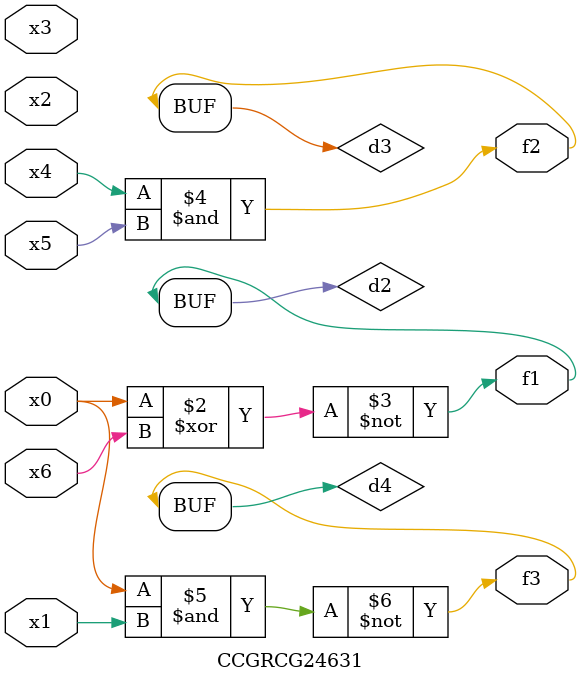
<source format=v>
module CCGRCG24631(
	input x0, x1, x2, x3, x4, x5, x6,
	output f1, f2, f3
);

	wire d1, d2, d3, d4;

	nor (d1, x0);
	xnor (d2, x0, x6);
	and (d3, x4, x5);
	nand (d4, x0, x1);
	assign f1 = d2;
	assign f2 = d3;
	assign f3 = d4;
endmodule

</source>
